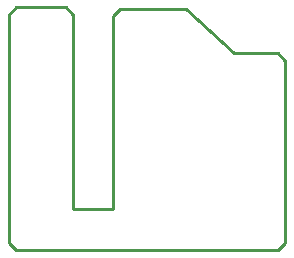
<source format=gbr>
G04 EAGLE Gerber RS-274X export*
G75*
%MOMM*%
%FSLAX34Y34*%
%LPD*%
%IN*%
%IPPOS*%
%AMOC8*
5,1,8,0,0,1.08239X$1,22.5*%
G01*
%ADD10C,0.254000*%


D10*
X10160Y6350D02*
X16510Y0D01*
X237998Y0D01*
X244348Y6350D01*
X244592Y160519D01*
X238242Y166878D01*
X200914Y166878D01*
X160274Y204724D01*
X104902Y204724D01*
X98552Y198374D01*
X98552Y35306D01*
X64770Y35306D01*
X64770Y199390D01*
X58420Y205740D01*
X16510Y205740D01*
X10160Y199390D01*
X10160Y6350D01*
M02*

</source>
